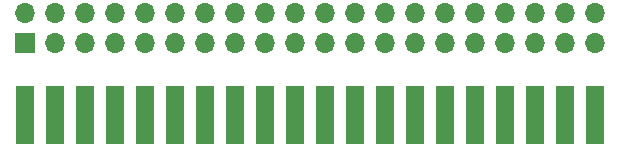
<source format=gbr>
%TF.GenerationSoftware,KiCad,Pcbnew,(6.0.1)*%
%TF.CreationDate,2022-03-24T12:00:01-04:00*%
%TF.ProjectId,Card,43617264-2e6b-4696-9361-645f70636258,rev?*%
%TF.SameCoordinates,Original*%
%TF.FileFunction,Soldermask,Top*%
%TF.FilePolarity,Negative*%
%FSLAX46Y46*%
G04 Gerber Fmt 4.6, Leading zero omitted, Abs format (unit mm)*
G04 Created by KiCad (PCBNEW (6.0.1)) date 2022-03-24 12:00:01*
%MOMM*%
%LPD*%
G01*
G04 APERTURE LIST*
%ADD10R,1.524000X5.000000*%
%ADD11R,1.700000X1.700000*%
%ADD12O,1.700000X1.700000*%
G04 APERTURE END LIST*
D10*
%TO.C,J1*%
X109220000Y-122428000D03*
X111760000Y-122428000D03*
X114300000Y-122428000D03*
X116840000Y-122428000D03*
X119380000Y-122428000D03*
X121920000Y-122428000D03*
X124460000Y-122428000D03*
X127000000Y-122428000D03*
X129540000Y-122428000D03*
X132080000Y-122428000D03*
X134620000Y-122428000D03*
X137160000Y-122428000D03*
X139700000Y-122428000D03*
X142240000Y-122428000D03*
X144780000Y-122428000D03*
X147320000Y-122428000D03*
X149860000Y-122428000D03*
X152400000Y-122428000D03*
X154940000Y-122428000D03*
X157480000Y-122428000D03*
%TD*%
D11*
%TO.C,J2*%
X109220000Y-116332000D03*
D12*
X109220000Y-113792000D03*
X111760000Y-116332000D03*
X111760000Y-113792000D03*
X114300000Y-116332000D03*
X114300000Y-113792000D03*
X116840000Y-116332000D03*
X116840000Y-113792000D03*
X119380000Y-116332000D03*
X119380000Y-113792000D03*
X121920000Y-116332000D03*
X121920000Y-113792000D03*
X124460000Y-116332000D03*
X124460000Y-113792000D03*
X127000000Y-116332000D03*
X127000000Y-113792000D03*
X129540000Y-116332000D03*
X129540000Y-113792000D03*
X132080000Y-116332000D03*
X132080000Y-113792000D03*
X134620000Y-116332000D03*
X134620000Y-113792000D03*
X137160000Y-116332000D03*
X137160000Y-113792000D03*
X139700000Y-116332000D03*
X139700000Y-113792000D03*
X142240000Y-116332000D03*
X142240000Y-113792000D03*
X144780000Y-116332000D03*
X144780000Y-113792000D03*
X147320000Y-116332000D03*
X147320000Y-113792000D03*
X149860000Y-116332000D03*
X149860000Y-113792000D03*
X152400000Y-116332000D03*
X152400000Y-113792000D03*
X154940000Y-116332000D03*
X154940000Y-113792000D03*
X157480000Y-116332000D03*
X157480000Y-113792000D03*
%TD*%
M02*

</source>
